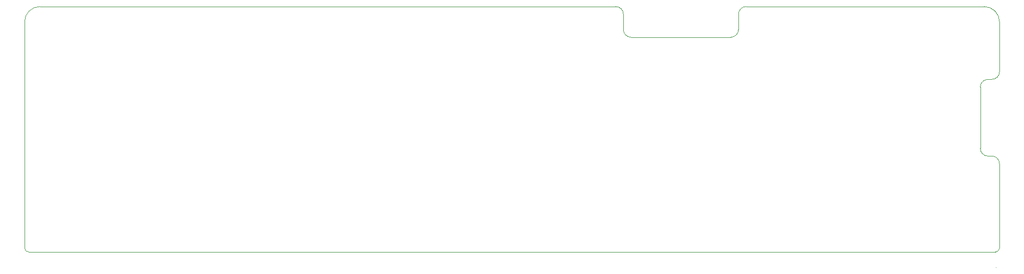
<source format=gm1>
G04 #@! TF.GenerationSoftware,KiCad,Pcbnew,5.0.0-rc2-dev-unknown-b5f1fdd~62~ubuntu16.04.1*
G04 #@! TF.CreationDate,2018-03-21T15:48:13+05:30*
G04 #@! TF.ProjectId,k3jr_controller,6B336A725F636F6E74726F6C6C65722E,rev 1*
G04 #@! TF.SameCoordinates,Original*
G04 #@! TF.FileFunction,Profile,NP*
%FSLAX46Y46*%
G04 Gerber Fmt 4.6, Leading zero omitted, Abs format (unit mm)*
G04 Created by KiCad (PCBNEW 5.0.0-rc2-dev-unknown-b5f1fdd~62~ubuntu16.04.1) date Wed Mar 21 15:48:13 2018*
%MOMM*%
%LPD*%
G01*
G04 APERTURE LIST*
%ADD10C,0.076200*%
G04 APERTURE END LIST*
D10*
X211455000Y-91440000D02*
X211455000Y-91440000D01*
X51435000Y-91440000D02*
X211455000Y-91440000D01*
X212090000Y-90805000D02*
G75*
G02X211455000Y-91440000I-635000J0D01*
G01*
X51435000Y-91440000D02*
G75*
G02X50800000Y-90805000I0J635000D01*
G01*
X50800000Y-90805000D02*
X50800000Y-53340000D01*
X53340000Y-50800000D02*
X148590000Y-50800000D01*
X212090000Y-76835000D02*
X212090000Y-90805000D01*
X50800000Y-53340000D02*
G75*
G02X53340000Y-50800000I2540000J0D01*
G01*
X209550000Y-50800000D02*
G75*
G02X212090000Y-53340000I0J-2540000D01*
G01*
X168910000Y-91440000D02*
X168910000Y-91440000D01*
X148590000Y-50800000D02*
G75*
G02X149860000Y-52070000I0J-1270000D01*
G01*
X151130000Y-55880000D02*
G75*
G02X149860000Y-54610000I0J1270000D01*
G01*
X168910000Y-54610000D02*
G75*
G02X167640000Y-55880000I-1270000J0D01*
G01*
X168910000Y-52070000D02*
G75*
G02X170180000Y-50800000I1270000J0D01*
G01*
X168910000Y-52070000D02*
X168910000Y-54610000D01*
X151130000Y-55880000D02*
X167640000Y-55880000D01*
X149860000Y-52070000D02*
X149860000Y-54610000D01*
X170180000Y-50800000D02*
X209550000Y-50800000D01*
X209550000Y-50800000D02*
X209550000Y-50800000D01*
X212090000Y-61595000D02*
G75*
G02X210820000Y-62865000I-1270000J0D01*
G01*
X210820000Y-75565000D02*
G75*
G02X212090000Y-76835000I0J-1270000D01*
G01*
X210185000Y-75565000D02*
G75*
G02X208915000Y-74295000I0J1270000D01*
G01*
X208915000Y-64135000D02*
G75*
G02X210185000Y-62865000I1270000J0D01*
G01*
X210820000Y-62865000D02*
X210185000Y-62865000D01*
X208915000Y-74295000D02*
X208915000Y-64135000D01*
X210820000Y-75565000D02*
X210185000Y-75565000D01*
X212090000Y-53340000D02*
X212090000Y-61595000D01*
X211455000Y-93980000D02*
X211455000Y-93980000D01*
X168910000Y-91440000D02*
X168910000Y-91440000D01*
M02*

</source>
